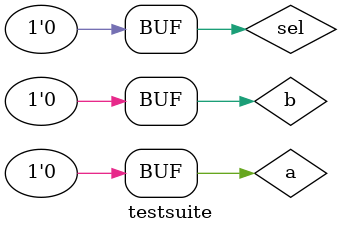
<source format=v>
`timescale 1ns / 1ps


module testsuite;

	// Inputs
	reg a;
	reg b;
	reg sel;

	// Outputs
	wire f;

	// Instantiate the Unit Under Test (UUT)
	halfAdder uut (
		.f(f), 
		.a(a), 
		.b(b), 
		.sel(sel)
	);

	initial begin
		// Initialize Inputs
		a = 0;
		b = 0;
		sel = 0;

		// Wait 100 ns for global reset to finish
		#100;
        
		// Add stimulus here

	end
      
endmodule


</source>
